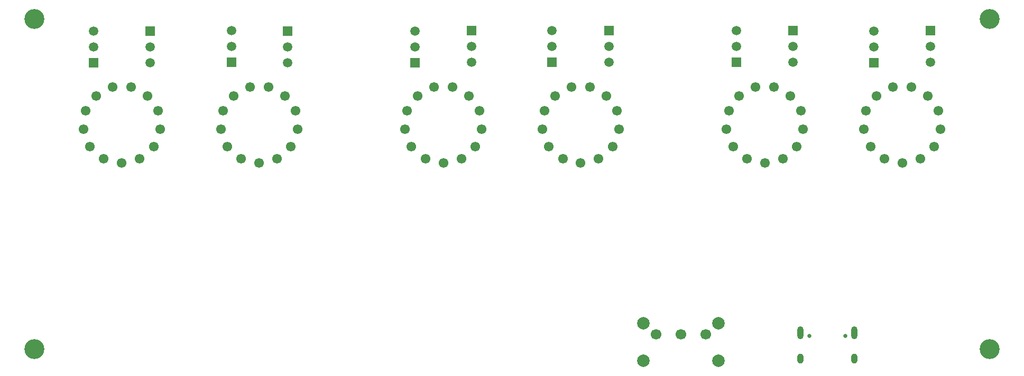
<source format=gbr>
%TF.GenerationSoftware,KiCad,Pcbnew,8.0.0*%
%TF.CreationDate,2024-03-05T13:39:49+01:00*%
%TF.ProjectId,nixie_clock_design,6e697869-655f-4636-9c6f-636b5f646573,rev?*%
%TF.SameCoordinates,Original*%
%TF.FileFunction,Soldermask,Bot*%
%TF.FilePolarity,Negative*%
%FSLAX46Y46*%
G04 Gerber Fmt 4.6, Leading zero omitted, Abs format (unit mm)*
G04 Created by KiCad (PCBNEW 8.0.0) date 2024-03-05 13:39:49*
%MOMM*%
%LPD*%
G01*
G04 APERTURE LIST*
%ADD10C,0.650000*%
%ADD11O,1.000000X2.100000*%
%ADD12O,1.000000X1.600000*%
%ADD13R,1.500000X1.500000*%
%ADD14C,1.500000*%
%ADD15C,1.551200*%
%ADD16C,2.000000*%
%ADD17C,1.700000*%
%ADD18C,3.200000*%
G04 APERTURE END LIST*
D10*
%TO.C,USB1*%
X207710000Y-123412500D03*
X213490000Y-123412500D03*
D11*
X206280000Y-122882500D03*
D12*
X206280000Y-127062500D03*
D11*
X214920000Y-122882500D03*
D12*
X214920000Y-127062500D03*
%TD*%
D13*
%TO.C,Q4*%
X227100000Y-74420000D03*
D14*
X227100000Y-76960000D03*
X227100000Y-79500000D03*
%TD*%
D13*
%TO.C,Q10*%
X218050000Y-79587500D03*
D14*
X218050000Y-77047500D03*
X218050000Y-74507500D03*
%TD*%
D13*
%TO.C,Q8*%
X115137500Y-79500000D03*
D14*
X115137500Y-76960000D03*
X115137500Y-74420000D03*
%TD*%
D15*
%TO.C,N6*%
X217505800Y-93016300D03*
X227694200Y-93016300D03*
X228744800Y-90246100D03*
X228387700Y-87305000D03*
X226704700Y-84866800D03*
X224081300Y-83489900D03*
X221118700Y-83489900D03*
X218495300Y-84866800D03*
X216812300Y-87305000D03*
X216455200Y-90246100D03*
X222600000Y-95689900D03*
X225476600Y-94980900D03*
X219723400Y-94980900D03*
%TD*%
D13*
%TO.C,Q3*%
X102150000Y-74450000D03*
D14*
X102150000Y-76990000D03*
X102150000Y-79530000D03*
%TD*%
D16*
%TO.C,SW1*%
X181142500Y-121417500D03*
X181142500Y-127417500D03*
X193142500Y-121417500D03*
X193142500Y-127417500D03*
D17*
X183142500Y-123167500D03*
X187142500Y-123167500D03*
X191142500Y-123167500D03*
%TD*%
D13*
%TO.C,Q9*%
X93100000Y-79540000D03*
D14*
X93100000Y-77000000D03*
X93100000Y-74460000D03*
%TD*%
D18*
%TO.C,REF\u002A\u002A*%
X236600000Y-72500000D03*
%TD*%
%TO.C,REF\u002A\u002A*%
X236600000Y-125500000D03*
%TD*%
%TO.C,REF\u002A\u002A*%
X83600000Y-125500000D03*
%TD*%
D13*
%TO.C,Q1*%
X153600000Y-74420000D03*
D14*
X153600000Y-76960000D03*
X153600000Y-79500000D03*
%TD*%
D13*
%TO.C,Q6*%
X175600000Y-74420000D03*
D14*
X175600000Y-76960000D03*
X175600000Y-79500000D03*
%TD*%
D13*
%TO.C,Q12*%
X166500000Y-79520000D03*
D14*
X166500000Y-76980000D03*
X166500000Y-74440000D03*
%TD*%
D15*
%TO.C,N1*%
X92505800Y-93016300D03*
X102694200Y-93016300D03*
X103744800Y-90246100D03*
X103387700Y-87305000D03*
X101704700Y-84866800D03*
X99081300Y-83489900D03*
X96118700Y-83489900D03*
X93495300Y-84866800D03*
X91812300Y-87305000D03*
X91455200Y-90246100D03*
X97600000Y-95689900D03*
X100476600Y-94980900D03*
X94723400Y-94980900D03*
%TD*%
D13*
%TO.C,Q7*%
X144550000Y-79550000D03*
D14*
X144550000Y-77010000D03*
X144550000Y-74470000D03*
%TD*%
D13*
%TO.C,Q5*%
X205100000Y-74420000D03*
D14*
X205100000Y-76960000D03*
X205100000Y-79500000D03*
%TD*%
D18*
%TO.C,REF\u002A\u002A*%
X83600000Y-72500000D03*
%TD*%
D15*
%TO.C,N4*%
X166005800Y-93016300D03*
X176194200Y-93016300D03*
X177244800Y-90246100D03*
X176887700Y-87305000D03*
X175204700Y-84866800D03*
X172581300Y-83489900D03*
X169618700Y-83489900D03*
X166995300Y-84866800D03*
X165312300Y-87305000D03*
X164955200Y-90246100D03*
X171100000Y-95689900D03*
X173976600Y-94980900D03*
X168223400Y-94980900D03*
%TD*%
D13*
%TO.C,Q11*%
X196007500Y-79520000D03*
D14*
X196007500Y-76980000D03*
X196007500Y-74440000D03*
%TD*%
D15*
%TO.C,N3*%
X144005800Y-93016300D03*
X154194200Y-93016300D03*
X155244800Y-90246100D03*
X154887700Y-87305000D03*
X153204700Y-84866800D03*
X150581300Y-83489900D03*
X147618700Y-83489900D03*
X144995300Y-84866800D03*
X143312300Y-87305000D03*
X142955200Y-90246100D03*
X149100000Y-95689900D03*
X151976600Y-94980900D03*
X146223400Y-94980900D03*
%TD*%
%TO.C,N2*%
X114505800Y-93016300D03*
X124694200Y-93016300D03*
X125744800Y-90246100D03*
X125387700Y-87305000D03*
X123704700Y-84866800D03*
X121081300Y-83489900D03*
X118118700Y-83489900D03*
X115495300Y-84866800D03*
X113812300Y-87305000D03*
X113455200Y-90246100D03*
X119600000Y-95689900D03*
X122476600Y-94980900D03*
X116723400Y-94980900D03*
%TD*%
%TO.C,N5*%
X195505800Y-93016300D03*
X205694200Y-93016300D03*
X206744800Y-90246100D03*
X206387700Y-87305000D03*
X204704700Y-84866800D03*
X202081300Y-83489900D03*
X199118700Y-83489900D03*
X196495300Y-84866800D03*
X194812300Y-87305000D03*
X194455200Y-90246100D03*
X200600000Y-95689900D03*
X203476600Y-94980900D03*
X197723400Y-94980900D03*
%TD*%
D13*
%TO.C,Q2*%
X124187500Y-74450000D03*
D14*
X124187500Y-76990000D03*
X124187500Y-79530000D03*
%TD*%
M02*

</source>
